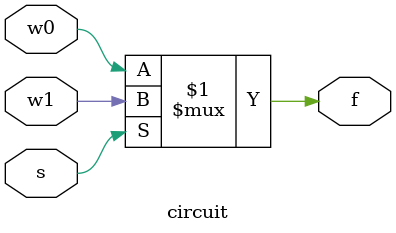
<source format=v>
`timescale 1ns / 1ps


module circuit(w0, w1, s, f);
  input w0, w1, s;
  output f;
  assign f = s ? w1 : w0;
endmodule 

</source>
